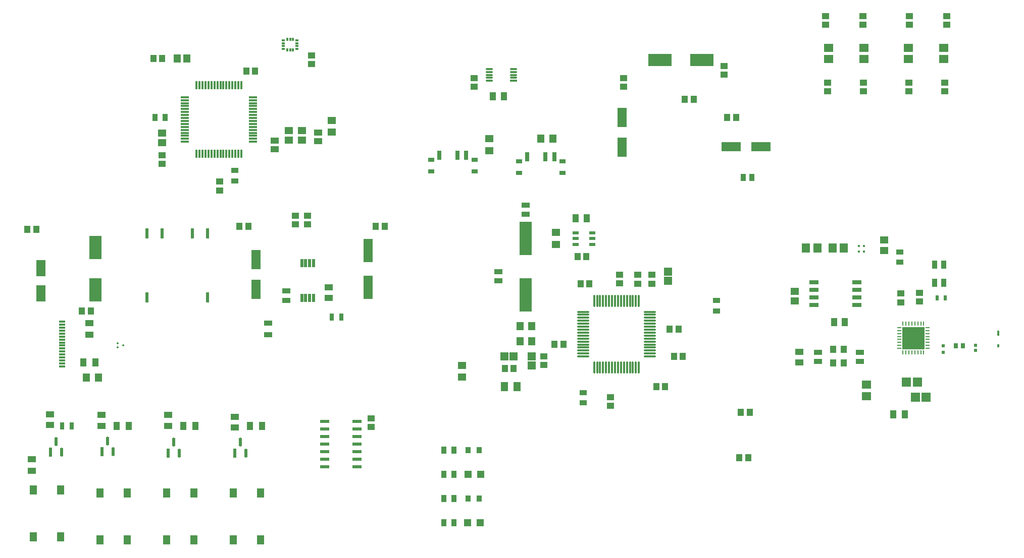
<source format=gtp>
G04*
G04 #@! TF.GenerationSoftware,Altium Limited,Altium Designer,25.4.2 (15)*
G04*
G04 Layer_Color=8421504*
%FSLAX44Y44*%
%MOMM*%
G71*
G04*
G04 #@! TF.SameCoordinates,145FFF0F-7840-416A-8FEA-007F4607A66E*
G04*
G04*
G04 #@! TF.FilePolarity,Positive*
G04*
G01*
G75*
%ADD21R,1.5000X0.5500*%
%ADD22R,0.6000X0.6000*%
%ADD23R,0.5588X1.7018*%
%ADD24R,1.6500X0.6500*%
%ADD25R,1.3500X1.5500*%
%ADD26R,1.5500X1.4000*%
%ADD27R,1.0000X1.2500*%
%ADD28R,1.3500X1.0000*%
%ADD29R,1.4500X1.2000*%
%ADD30R,0.8000X1.2500*%
%ADD31R,1.4000X1.1000*%
%ADD32R,1.0500X1.4500*%
%ADD33R,1.3500X0.8500*%
%ADD34R,0.3000X1.4750*%
%ADD35R,1.4750X0.3000*%
G04:AMPARAMS|DCode=36|XSize=0.45mm|YSize=1.4mm|CornerRadius=0.0495mm|HoleSize=0mm|Usage=FLASHONLY|Rotation=180.000|XOffset=0mm|YOffset=0mm|HoleType=Round|Shape=RoundedRectangle|*
%AMROUNDEDRECTD36*
21,1,0.4500,1.3010,0,0,180.0*
21,1,0.3510,1.4000,0,0,180.0*
1,1,0.0990,-0.1755,0.6505*
1,1,0.0990,0.1755,0.6505*
1,1,0.0990,0.1755,-0.6505*
1,1,0.0990,-0.1755,-0.6505*
%
%ADD36ROUNDEDRECTD36*%
%ADD37R,0.3810X0.8992*%
%ADD38R,0.3810X0.5004*%
%ADD39R,1.2000X1.2000*%
%ADD40O,2.1000X0.3000*%
%ADD41O,0.3000X2.1000*%
%ADD42R,0.9000X1.1000*%
%ADD43R,0.4500X0.4500*%
%ADD44R,1.0000X1.3500*%
%ADD45R,1.3000X1.5500*%
%ADD46R,0.7000X1.5000*%
%ADD47R,1.0000X0.8000*%
%ADD48R,0.6250X0.8500*%
%ADD49R,0.3500X0.5750*%
%ADD50R,0.5750X0.3500*%
%ADD51R,1.2850X1.4700*%
%ADD52R,0.9578X1.2621*%
%ADD53R,4.0000X2.0000*%
%ADD54R,1.6000X3.2000*%
%ADD55R,2.0000X4.0000*%
%ADD56R,1.6000X2.8000*%
%ADD57R,1.6000X4.0000*%
%ADD58R,1.3621X1.1549*%
%ADD59R,1.2621X1.0046*%
%ADD60R,1.2565X0.3125*%
G04:AMPARAMS|DCode=61|XSize=1.2565mm|YSize=0.3125mm|CornerRadius=0.1562mm|HoleSize=0mm|Usage=FLASHONLY|Rotation=180.000|XOffset=0mm|YOffset=0mm|HoleType=Round|Shape=RoundedRectangle|*
%AMROUNDEDRECTD61*
21,1,1.2565,0.0000,0,0,180.0*
21,1,0.9440,0.3125,0,0,180.0*
1,1,0.3125,-0.4720,0.0000*
1,1,0.3125,0.4720,0.0000*
1,1,0.3125,0.4720,0.0000*
1,1,0.3125,-0.4720,0.0000*
%
%ADD61ROUNDEDRECTD61*%
%ADD62R,1.4500X0.9500*%
%ADD63R,0.8065X1.3082*%
%ADD64R,1.2065X1.5082*%
%ADD65R,0.5200X0.5200*%
%ADD66R,1.4562X1.3781*%
%ADD67R,0.9500X1.3500*%
%ADD68R,0.7500X0.9000*%
%ADD69R,1.1000X0.6000*%
%ADD70R,1.0500X1.3000*%
%ADD71R,1.4000X1.2000*%
G04:AMPARAMS|DCode=72|XSize=1.5242mm|YSize=0.578mm|CornerRadius=0.289mm|HoleSize=0mm|Usage=FLASHONLY|Rotation=90.000|XOffset=0mm|YOffset=0mm|HoleType=Round|Shape=RoundedRectangle|*
%AMROUNDEDRECTD72*
21,1,1.5242,0.0000,0,0,90.0*
21,1,0.9463,0.5780,0,0,90.0*
1,1,0.5780,0.0000,0.4731*
1,1,0.5780,0.0000,-0.4731*
1,1,0.5780,0.0000,-0.4731*
1,1,0.5780,0.0000,0.4731*
%
%ADD72ROUNDEDRECTD72*%
%ADD73R,0.5780X1.5242*%
%ADD74R,1.0000X0.3000*%
%ADD75R,1.3046X1.4562*%
%ADD76R,3.7000X3.7000*%
%ADD77O,0.2500X0.7000*%
%ADD78O,0.7000X0.2500*%
G04:AMPARAMS|DCode=79|XSize=0.3mm|YSize=0.3mm|CornerRadius=0.0495mm|HoleSize=0mm|Usage=FLASHONLY|Rotation=270.000|XOffset=0mm|YOffset=0mm|HoleType=Round|Shape=RoundedRectangle|*
%AMROUNDEDRECTD79*
21,1,0.3000,0.2010,0,0,270.0*
21,1,0.2010,0.3000,0,0,270.0*
1,1,0.0990,-0.1005,-0.1005*
1,1,0.0990,-0.1005,0.1005*
1,1,0.0990,0.1005,0.1005*
1,1,0.0990,0.1005,-0.1005*
%
%ADD79ROUNDEDRECTD79*%
%ADD80R,1.5000X1.5500*%
%ADD81R,1.3500X1.1000*%
%ADD82R,2.1000X5.6000*%
%ADD83R,1.3500X0.9500*%
%ADD84R,1.4562X1.3046*%
%ADD85R,3.2000X1.6000*%
%ADD86R,1.3000X1.0500*%
%ADD87R,1.5500X1.3500*%
%ADD88R,1.4000X1.5500*%
%ADD89R,1.3082X0.8065*%
%ADD90R,1.2500X1.0000*%
%ADD91R,1.0000X1.3500*%
%ADD92R,1.3500X1.0000*%
%ADD93R,1.2000X1.4500*%
%ADD94R,1.3781X1.4562*%
D21*
X855040Y302262D02*
D03*
Y314962D02*
D03*
Y327662D02*
D03*
Y340360D02*
D03*
Y353058D02*
D03*
Y365758D02*
D03*
Y378458D02*
D03*
X801040Y302262D02*
D03*
Y314962D02*
D03*
Y327662D02*
D03*
Y340360D02*
D03*
Y353058D02*
D03*
Y365758D02*
D03*
Y378458D02*
D03*
D22*
X1837690Y494460D02*
D03*
Y505460D02*
D03*
D23*
X604520Y585978D02*
D03*
Y694182D02*
D03*
X502920D02*
D03*
Y585978D02*
D03*
X528320Y694182D02*
D03*
X579120D02*
D03*
D24*
X1693350Y612140D02*
D03*
Y574040D02*
D03*
Y586740D02*
D03*
Y599440D02*
D03*
X1621350Y612140D02*
D03*
Y599440D02*
D03*
Y586740D02*
D03*
Y574040D02*
D03*
D25*
X1607820Y669290D02*
D03*
X1627320D02*
D03*
D26*
X1838960Y986840D02*
D03*
Y1005840D02*
D03*
X1645920Y986840D02*
D03*
Y1005840D02*
D03*
X1705187Y986840D02*
D03*
Y1005840D02*
D03*
X1779693Y986840D02*
D03*
Y1005840D02*
D03*
D27*
X1513720Y393700D02*
D03*
X1498720D02*
D03*
X1496300Y317500D02*
D03*
X1511300D02*
D03*
D28*
X650240Y368079D02*
D03*
Y386080D02*
D03*
X807720Y585360D02*
D03*
Y603360D02*
D03*
X340360Y372000D02*
D03*
Y390000D02*
D03*
X426720Y370840D02*
D03*
Y388840D02*
D03*
X538480Y370840D02*
D03*
Y388840D02*
D03*
D29*
X812800Y863760D02*
D03*
Y883760D02*
D03*
X1076960Y833120D02*
D03*
Y853120D02*
D03*
X1031240Y452440D02*
D03*
Y472440D02*
D03*
X1188720Y695640D02*
D03*
Y675640D02*
D03*
D30*
X360680Y370840D02*
D03*
X376680D02*
D03*
X812800Y553720D02*
D03*
X828800D02*
D03*
D31*
X1596390Y495020D02*
D03*
Y477520D02*
D03*
D32*
X1654810Y544830D02*
D03*
X1673310D02*
D03*
D33*
X736600Y581030D02*
D03*
Y597530D02*
D03*
D34*
X601070Y942570D02*
D03*
X606070D02*
D03*
Y827810D02*
D03*
X611070D02*
D03*
X631070D02*
D03*
X636070D02*
D03*
X661070Y942570D02*
D03*
X646070D02*
D03*
X641070D02*
D03*
X636070D02*
D03*
X631070D02*
D03*
X626070D02*
D03*
X621070D02*
D03*
X616070D02*
D03*
X611070D02*
D03*
X596070D02*
D03*
X586070Y827810D02*
D03*
X591070D02*
D03*
X596070D02*
D03*
X601070D02*
D03*
X616070D02*
D03*
X621070D02*
D03*
X626070D02*
D03*
X651070D02*
D03*
X641070D02*
D03*
X646070D02*
D03*
X586070Y942570D02*
D03*
X651070D02*
D03*
X661070Y827810D02*
D03*
X591070Y942570D02*
D03*
X656070Y827810D02*
D03*
Y942570D02*
D03*
D35*
X680950Y912690D02*
D03*
Y917690D02*
D03*
Y852690D02*
D03*
Y857690D02*
D03*
Y862690D02*
D03*
Y867690D02*
D03*
Y872690D02*
D03*
Y877690D02*
D03*
Y882690D02*
D03*
Y887690D02*
D03*
Y892690D02*
D03*
Y897690D02*
D03*
Y922690D02*
D03*
X566190D02*
D03*
Y917690D02*
D03*
Y912690D02*
D03*
Y907690D02*
D03*
Y902690D02*
D03*
Y897690D02*
D03*
Y892690D02*
D03*
Y887690D02*
D03*
Y882690D02*
D03*
Y877690D02*
D03*
Y872690D02*
D03*
Y867690D02*
D03*
Y862690D02*
D03*
Y857690D02*
D03*
Y847690D02*
D03*
X680950Y907690D02*
D03*
Y847690D02*
D03*
X566190Y852690D02*
D03*
X680950Y902690D02*
D03*
D36*
X762410Y585090D02*
D03*
X775410D02*
D03*
X781910D02*
D03*
X762410Y644090D02*
D03*
X775410D02*
D03*
X768910D02*
D03*
Y585090D02*
D03*
X781910Y644090D02*
D03*
D37*
X1930523Y526444D02*
D03*
D38*
X1930400Y505460D02*
D03*
D39*
X1041400Y289560D02*
D03*
X1062400D02*
D03*
X1061720Y208280D02*
D03*
X1040720D02*
D03*
D40*
X1346220Y517160D02*
D03*
Y562160D02*
D03*
Y552160D02*
D03*
Y547160D02*
D03*
Y542160D02*
D03*
Y537160D02*
D03*
Y527160D02*
D03*
Y522160D02*
D03*
Y512160D02*
D03*
Y507160D02*
D03*
Y502160D02*
D03*
Y492160D02*
D03*
Y487160D02*
D03*
X1234220D02*
D03*
Y497160D02*
D03*
Y507160D02*
D03*
Y522160D02*
D03*
Y527160D02*
D03*
Y532160D02*
D03*
Y537160D02*
D03*
Y547160D02*
D03*
Y552160D02*
D03*
Y557160D02*
D03*
X1346220Y532160D02*
D03*
X1234220Y492160D02*
D03*
Y502160D02*
D03*
Y512160D02*
D03*
Y542160D02*
D03*
Y517160D02*
D03*
Y562160D02*
D03*
X1346220Y497160D02*
D03*
Y557160D02*
D03*
D41*
X1252720Y580660D02*
D03*
X1272720D02*
D03*
X1277720D02*
D03*
X1282720D02*
D03*
X1287720D02*
D03*
X1297720D02*
D03*
X1302720D02*
D03*
X1307720D02*
D03*
X1312720D02*
D03*
X1327720D02*
D03*
Y468660D02*
D03*
X1317720D02*
D03*
X1312720D02*
D03*
X1307720D02*
D03*
X1302720D02*
D03*
X1297720D02*
D03*
X1287720D02*
D03*
X1282720D02*
D03*
X1277720D02*
D03*
X1272720D02*
D03*
X1262720D02*
D03*
X1257720D02*
D03*
X1252720D02*
D03*
X1262720Y580660D02*
D03*
X1267720D02*
D03*
X1257720D02*
D03*
X1322720Y468660D02*
D03*
X1267720D02*
D03*
X1292720Y580660D02*
D03*
X1322720D02*
D03*
X1292720Y468660D02*
D03*
X1317720Y580660D02*
D03*
D42*
X1041400Y330200D02*
D03*
X1060400D02*
D03*
X1041400Y248920D02*
D03*
X1060400D02*
D03*
D43*
X1696280Y672270D02*
D03*
X1704780D02*
D03*
Y663770D02*
D03*
X1696280D02*
D03*
D44*
X675640Y370840D02*
D03*
X695640D02*
D03*
X1774030Y389890D02*
D03*
X1754030D02*
D03*
X396240Y477520D02*
D03*
X416240D02*
D03*
X452280Y370840D02*
D03*
X472280D02*
D03*
X583880Y370840D02*
D03*
X563880D02*
D03*
D45*
X357780Y183770D02*
D03*
X312780Y263270D02*
D03*
Y183770D02*
D03*
X357780Y263270D02*
D03*
X424540Y178690D02*
D03*
Y258190D02*
D03*
X469540D02*
D03*
Y178690D02*
D03*
X536300Y258190D02*
D03*
Y178690D02*
D03*
X581300Y258190D02*
D03*
Y178690D02*
D03*
X648060Y258190D02*
D03*
Y178690D02*
D03*
X693060Y258190D02*
D03*
Y178690D02*
D03*
D46*
X1170820Y822560D02*
D03*
X1185820D02*
D03*
X1140820D02*
D03*
X993260Y825220D02*
D03*
X1023260D02*
D03*
X1038260D02*
D03*
D47*
X1126820Y814710D02*
D03*
Y795410D02*
D03*
X1199820D02*
D03*
Y814710D02*
D03*
X979260Y817370D02*
D03*
X1052260D02*
D03*
X979260Y798070D02*
D03*
X1052260D02*
D03*
D48*
X1841215Y585470D02*
D03*
X1827965D02*
D03*
D49*
X737950Y1020045D02*
D03*
X747950D02*
D03*
X742950D02*
D03*
X737950Y1001795D02*
D03*
X742950D02*
D03*
X747950D02*
D03*
D50*
X754575Y1018420D02*
D03*
Y1013420D02*
D03*
Y1008420D02*
D03*
X731325Y1003420D02*
D03*
Y1018420D02*
D03*
X754575Y1003420D02*
D03*
X731325Y1013420D02*
D03*
Y1008420D02*
D03*
D51*
X1148080Y538480D02*
D03*
X1128630D02*
D03*
X1148080Y513080D02*
D03*
X1128630D02*
D03*
D52*
X1502728Y787500D02*
D03*
X1517272D02*
D03*
D53*
X1433710Y985520D02*
D03*
X1362710D02*
D03*
D54*
X685800Y649840D02*
D03*
Y599840D02*
D03*
X1299210Y888600D02*
D03*
Y838600D02*
D03*
D55*
X416560Y598840D02*
D03*
Y669840D02*
D03*
D56*
X325120Y592840D02*
D03*
Y635840D02*
D03*
D57*
X873760Y665340D02*
D03*
Y603340D02*
D03*
D58*
X1738630Y682993D02*
D03*
Y665480D02*
D03*
D59*
X1840460Y947308D02*
D03*
Y932292D02*
D03*
X1644420Y947308D02*
D03*
Y932292D02*
D03*
X1704686Y947308D02*
D03*
Y932292D02*
D03*
X1780193Y947308D02*
D03*
Y932292D02*
D03*
D60*
X1117977Y950120D02*
D03*
D61*
Y970120D02*
D03*
X1076960D02*
D03*
Y955120D02*
D03*
Y950120D02*
D03*
Y965120D02*
D03*
X1117977Y955120D02*
D03*
Y965120D02*
D03*
X1076960Y960120D02*
D03*
X1117977D02*
D03*
D62*
X706120Y523650D02*
D03*
Y543150D02*
D03*
D63*
X1017777Y289560D02*
D03*
X1000760D02*
D03*
X516002Y889000D02*
D03*
X533018D02*
D03*
X1017777Y330200D02*
D03*
X1000760D02*
D03*
X1017777Y208280D02*
D03*
X1000760D02*
D03*
X1017777Y248920D02*
D03*
X1000760D02*
D03*
D64*
X1123377Y436880D02*
D03*
X1102360D02*
D03*
D65*
X1892300Y497650D02*
D03*
Y505650D02*
D03*
D66*
X1376680Y614638D02*
D03*
Y629920D02*
D03*
X1148080Y487680D02*
D03*
Y472399D02*
D03*
D67*
X1823840Y641350D02*
D03*
X1838840D02*
D03*
X1823840Y610870D02*
D03*
X1838840D02*
D03*
D68*
X1859280Y505460D02*
D03*
X1871280D02*
D03*
D69*
X1221680Y694640D02*
D03*
Y675640D02*
D03*
X1249680Y685140D02*
D03*
Y675640D02*
D03*
Y694640D02*
D03*
X1221680Y685140D02*
D03*
D70*
X1671180Y499180D02*
D03*
X1653680Y476180D02*
D03*
Y499180D02*
D03*
X1671180Y476180D02*
D03*
X1239520Y655320D02*
D03*
X1225020D02*
D03*
X1476110Y889000D02*
D03*
X1490610D02*
D03*
X1419490Y919480D02*
D03*
X1404990D02*
D03*
X669660Y966470D02*
D03*
X684160D02*
D03*
X513560Y987820D02*
D03*
X528060D02*
D03*
X302630Y701040D02*
D03*
X317130D02*
D03*
X658230Y706120D02*
D03*
X672730D02*
D03*
X394070Y563880D02*
D03*
X408570D02*
D03*
X886830Y706120D02*
D03*
X901330D02*
D03*
X1201050Y508000D02*
D03*
X1186550D02*
D03*
X1401340Y487680D02*
D03*
X1386840D02*
D03*
X1244600Y609600D02*
D03*
X1230099D02*
D03*
X1357100Y436880D02*
D03*
X1371600D02*
D03*
X1379590Y533400D02*
D03*
X1394090D02*
D03*
X1117600Y467360D02*
D03*
X1103100D02*
D03*
D71*
X762840Y850520D02*
D03*
Y866520D02*
D03*
X740840D02*
D03*
Y850520D02*
D03*
D72*
X659740Y343324D02*
D03*
X669240Y325120D02*
D03*
X350520Y344382D02*
D03*
X360020Y326178D02*
D03*
X436880Y345440D02*
D03*
X446380Y327236D02*
D03*
X547980Y343324D02*
D03*
X557480Y325120D02*
D03*
D73*
X650240D02*
D03*
X341020Y326178D02*
D03*
X427380Y327236D02*
D03*
X538480Y325120D02*
D03*
D74*
X360620Y510500D02*
D03*
Y505500D02*
D03*
Y500500D02*
D03*
Y515500D02*
D03*
Y495500D02*
D03*
Y520500D02*
D03*
Y490500D02*
D03*
Y525500D02*
D03*
Y485500D02*
D03*
Y530500D02*
D03*
Y480500D02*
D03*
Y535500D02*
D03*
Y475500D02*
D03*
Y470500D02*
D03*
Y540500D02*
D03*
Y545500D02*
D03*
D75*
X569878Y987820D02*
D03*
X553762D02*
D03*
D76*
X1787906Y518160D02*
D03*
D77*
X1790406Y494410D02*
D03*
X1795406D02*
D03*
X1775406D02*
D03*
Y541910D02*
D03*
X1805406Y494410D02*
D03*
X1800406D02*
D03*
X1785406D02*
D03*
X1780406D02*
D03*
X1770406D02*
D03*
Y541910D02*
D03*
X1780406D02*
D03*
X1785406D02*
D03*
X1790406D02*
D03*
X1795406D02*
D03*
X1800406D02*
D03*
X1805406D02*
D03*
D78*
X1811656Y500660D02*
D03*
Y530660D02*
D03*
X1764156Y500660D02*
D03*
Y515660D02*
D03*
Y535660D02*
D03*
X1811656D02*
D03*
Y525660D02*
D03*
Y520660D02*
D03*
Y515660D02*
D03*
Y510660D02*
D03*
Y505660D02*
D03*
X1764156Y530660D02*
D03*
Y520660D02*
D03*
Y505660D02*
D03*
Y525660D02*
D03*
Y510660D02*
D03*
D79*
X454179Y502393D02*
D03*
Y509393D02*
D03*
X462678Y505893D02*
D03*
D80*
X1791098Y418846D02*
D03*
X1809098D02*
D03*
X1776620Y444500D02*
D03*
X1794620D02*
D03*
D81*
X717500Y849500D02*
D03*
Y835500D02*
D03*
X789940Y862980D02*
D03*
Y848980D02*
D03*
D82*
X1137920Y590800D02*
D03*
Y685800D02*
D03*
D83*
X1628140Y478790D02*
D03*
Y493790D02*
D03*
X1697990Y493910D02*
D03*
Y478910D02*
D03*
X1137920Y726440D02*
D03*
Y741440D02*
D03*
X1092200Y614680D02*
D03*
Y629680D02*
D03*
D84*
X1588770Y596506D02*
D03*
Y580390D02*
D03*
X528320Y862768D02*
D03*
Y846652D02*
D03*
D85*
X1482490Y839470D02*
D03*
X1532490D02*
D03*
D86*
X1470660Y974990D02*
D03*
Y960490D02*
D03*
X1301750Y940170D02*
D03*
Y954670D02*
D03*
X778510Y992770D02*
D03*
Y978270D02*
D03*
X528320Y810630D02*
D03*
Y825130D02*
D03*
X1051560Y955040D02*
D03*
Y940540D02*
D03*
X751840Y709030D02*
D03*
Y723530D02*
D03*
X772160Y709030D02*
D03*
Y723530D02*
D03*
X1280160Y418730D02*
D03*
Y404230D02*
D03*
X1295400Y610340D02*
D03*
Y624840D02*
D03*
X1168400Y487680D02*
D03*
Y473180D02*
D03*
X1349339Y609600D02*
D03*
Y624100D02*
D03*
X1325880Y609600D02*
D03*
Y624100D02*
D03*
X878840Y383170D02*
D03*
Y368670D02*
D03*
D87*
X1709420Y420780D02*
D03*
Y440280D02*
D03*
D88*
X1671320Y669290D02*
D03*
X1652320D02*
D03*
D89*
X1765300Y662940D02*
D03*
Y645923D02*
D03*
X650240Y799337D02*
D03*
Y782320D02*
D03*
X1234440Y409703D02*
D03*
Y426720D02*
D03*
X1457960Y580897D02*
D03*
Y563880D02*
D03*
D90*
X1640920Y1059060D02*
D03*
Y1044060D02*
D03*
X1703520Y1059060D02*
D03*
Y1044060D02*
D03*
X1781360Y1059060D02*
D03*
Y1044060D02*
D03*
X1843960Y1059060D02*
D03*
Y1044060D02*
D03*
X624840Y780930D02*
D03*
Y765930D02*
D03*
X1798320Y594240D02*
D03*
Y579240D02*
D03*
X1766570Y592850D02*
D03*
Y577850D02*
D03*
D91*
X1101200Y924560D02*
D03*
X1083200D02*
D03*
X1222058Y719596D02*
D03*
X1240058D02*
D03*
D92*
X406400Y523560D02*
D03*
Y543560D02*
D03*
X309880Y314800D02*
D03*
Y294800D02*
D03*
D93*
X1183320Y853440D02*
D03*
X1163320D02*
D03*
X401320Y452120D02*
D03*
X421320D02*
D03*
D94*
X1117600Y487680D02*
D03*
X1102318D02*
D03*
M02*

</source>
